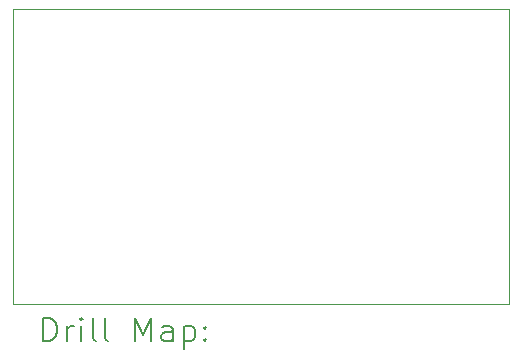
<source format=gbr>
%TF.GenerationSoftware,KiCad,Pcbnew,8.0.7*%
%TF.CreationDate,2025-02-23T01:29:40-05:00*%
%TF.ProjectId,switched_reg,73776974-6368-4656-945f-7265672e6b69,rev?*%
%TF.SameCoordinates,Original*%
%TF.FileFunction,Drillmap*%
%TF.FilePolarity,Positive*%
%FSLAX45Y45*%
G04 Gerber Fmt 4.5, Leading zero omitted, Abs format (unit mm)*
G04 Created by KiCad (PCBNEW 8.0.7) date 2025-02-23 01:29:40*
%MOMM*%
%LPD*%
G01*
G04 APERTURE LIST*
%ADD10C,0.050000*%
%ADD11C,0.200000*%
G04 APERTURE END LIST*
D10*
X16782360Y-7279000D02*
X20982360Y-7279000D01*
X16782360Y-9779000D02*
X16782360Y-7279000D01*
X16782360Y-9779000D02*
X20982360Y-9779000D01*
X20982360Y-9779000D02*
X20982360Y-7279000D01*
D11*
X17040637Y-10092984D02*
X17040637Y-9892984D01*
X17040637Y-9892984D02*
X17088256Y-9892984D01*
X17088256Y-9892984D02*
X17116827Y-9902508D01*
X17116827Y-9902508D02*
X17135875Y-9921555D01*
X17135875Y-9921555D02*
X17145399Y-9940603D01*
X17145399Y-9940603D02*
X17154923Y-9978698D01*
X17154923Y-9978698D02*
X17154923Y-10007270D01*
X17154923Y-10007270D02*
X17145399Y-10045365D01*
X17145399Y-10045365D02*
X17135875Y-10064412D01*
X17135875Y-10064412D02*
X17116827Y-10083460D01*
X17116827Y-10083460D02*
X17088256Y-10092984D01*
X17088256Y-10092984D02*
X17040637Y-10092984D01*
X17240637Y-10092984D02*
X17240637Y-9959650D01*
X17240637Y-9997746D02*
X17250161Y-9978698D01*
X17250161Y-9978698D02*
X17259684Y-9969174D01*
X17259684Y-9969174D02*
X17278732Y-9959650D01*
X17278732Y-9959650D02*
X17297780Y-9959650D01*
X17364446Y-10092984D02*
X17364446Y-9959650D01*
X17364446Y-9892984D02*
X17354923Y-9902508D01*
X17354923Y-9902508D02*
X17364446Y-9912031D01*
X17364446Y-9912031D02*
X17373970Y-9902508D01*
X17373970Y-9902508D02*
X17364446Y-9892984D01*
X17364446Y-9892984D02*
X17364446Y-9912031D01*
X17488256Y-10092984D02*
X17469208Y-10083460D01*
X17469208Y-10083460D02*
X17459684Y-10064412D01*
X17459684Y-10064412D02*
X17459684Y-9892984D01*
X17593018Y-10092984D02*
X17573970Y-10083460D01*
X17573970Y-10083460D02*
X17564446Y-10064412D01*
X17564446Y-10064412D02*
X17564446Y-9892984D01*
X17821589Y-10092984D02*
X17821589Y-9892984D01*
X17821589Y-9892984D02*
X17888256Y-10035841D01*
X17888256Y-10035841D02*
X17954923Y-9892984D01*
X17954923Y-9892984D02*
X17954923Y-10092984D01*
X18135875Y-10092984D02*
X18135875Y-9988222D01*
X18135875Y-9988222D02*
X18126351Y-9969174D01*
X18126351Y-9969174D02*
X18107304Y-9959650D01*
X18107304Y-9959650D02*
X18069208Y-9959650D01*
X18069208Y-9959650D02*
X18050161Y-9969174D01*
X18135875Y-10083460D02*
X18116827Y-10092984D01*
X18116827Y-10092984D02*
X18069208Y-10092984D01*
X18069208Y-10092984D02*
X18050161Y-10083460D01*
X18050161Y-10083460D02*
X18040637Y-10064412D01*
X18040637Y-10064412D02*
X18040637Y-10045365D01*
X18040637Y-10045365D02*
X18050161Y-10026317D01*
X18050161Y-10026317D02*
X18069208Y-10016793D01*
X18069208Y-10016793D02*
X18116827Y-10016793D01*
X18116827Y-10016793D02*
X18135875Y-10007270D01*
X18231113Y-9959650D02*
X18231113Y-10159650D01*
X18231113Y-9969174D02*
X18250161Y-9959650D01*
X18250161Y-9959650D02*
X18288256Y-9959650D01*
X18288256Y-9959650D02*
X18307304Y-9969174D01*
X18307304Y-9969174D02*
X18316827Y-9978698D01*
X18316827Y-9978698D02*
X18326351Y-9997746D01*
X18326351Y-9997746D02*
X18326351Y-10054889D01*
X18326351Y-10054889D02*
X18316827Y-10073936D01*
X18316827Y-10073936D02*
X18307304Y-10083460D01*
X18307304Y-10083460D02*
X18288256Y-10092984D01*
X18288256Y-10092984D02*
X18250161Y-10092984D01*
X18250161Y-10092984D02*
X18231113Y-10083460D01*
X18412065Y-10073936D02*
X18421589Y-10083460D01*
X18421589Y-10083460D02*
X18412065Y-10092984D01*
X18412065Y-10092984D02*
X18402542Y-10083460D01*
X18402542Y-10083460D02*
X18412065Y-10073936D01*
X18412065Y-10073936D02*
X18412065Y-10092984D01*
X18412065Y-9969174D02*
X18421589Y-9978698D01*
X18421589Y-9978698D02*
X18412065Y-9988222D01*
X18412065Y-9988222D02*
X18402542Y-9978698D01*
X18402542Y-9978698D02*
X18412065Y-9969174D01*
X18412065Y-9969174D02*
X18412065Y-9988222D01*
M02*

</source>
